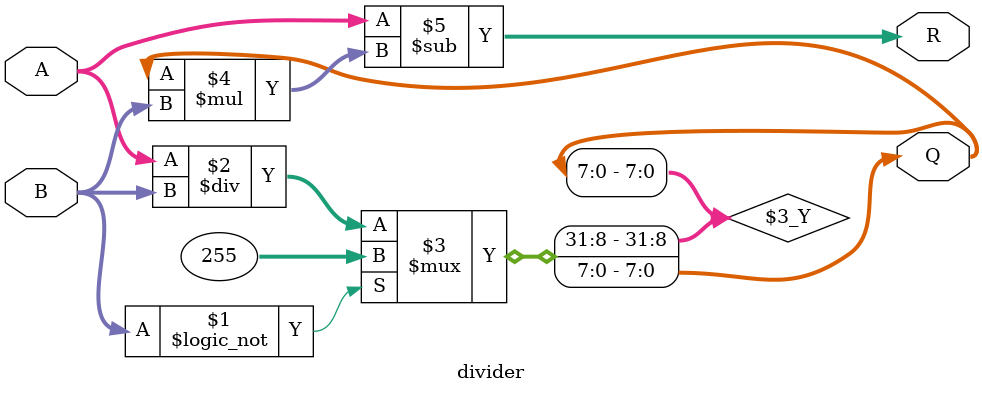
<source format=v>
`timescale 1ns / 1ps

module divider(
	input wire [7:0] A,
	input wire [7:0] B,
	output wire [7:0] Q,
	output wire [7:0] R
	);

	assign Q = B == 0 ? 255 : A/B;
	assign R = A - Q*B;

endmodule

</source>
